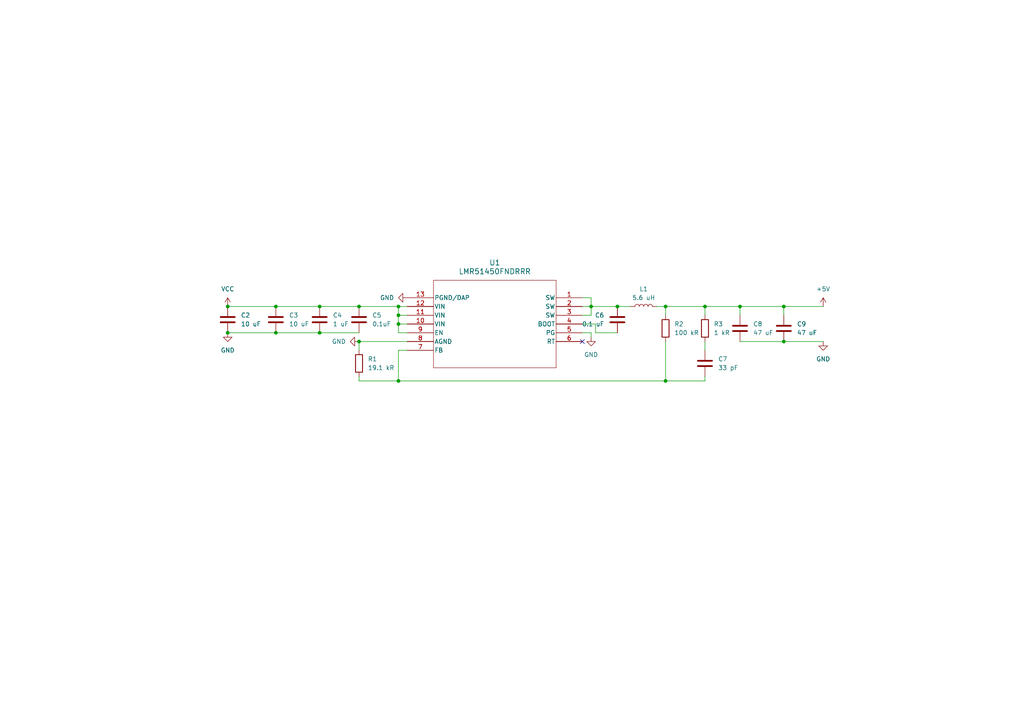
<source format=kicad_sch>
(kicad_sch (version 20230121) (generator eeschema)
  (paper "A4")
  (lib_symbols
    (symbol "Device:C" (pin_numbers hide) (pin_names (offset 0.254))
      (property "Reference" "C" (at 0.635 2.54 0))
      (property "Value" "C" (at 0.635 -2.54 0))
      (symbol "C_0_1"
        (polyline (pts (xy -2.032 -0.762) (xy 2.032 -0.762)) (stroke (width 0.508)))
        (polyline (pts (xy -2.032 0.762) (xy 2.032 0.762)) (stroke (width 0.508)))
      )
      (symbol "C_1_1"
        (pin passive line (at 0 3.81 270) (length 2.794) (name "~") (number "1"))
        (pin passive line (at 0 -3.81 90) (length 2.794) (name "~") (number "2"))
      )
    )
    (symbol "Device:L" (pin_numbers hide) (pin_names (offset 1.016) hide)
      (property "Reference" "L" (at -1.27 0 90))
      (property "Value" "L" (at 1.905 0 90))
      (symbol "L_0_1"
        (arc (start 0 -2.54) (mid 0.6323 -1.905) (end 0 -1.27))
        (arc (start 0 -1.27) (mid 0.6323 -0.635) (end 0 0))
        (arc (start 0 0) (mid 0.6323 0.635) (end 0 1.27))
        (arc (start 0 1.27) (mid 0.6323 1.905) (end 0 2.54))
      )
      (symbol "L_1_1"
        (pin passive line (at 0 3.81 270) (length 1.27) (name "1") (number "1"))
        (pin passive line (at 0 -3.81 90) (length 1.27) (name "2") (number "2"))
      )
    )
    (symbol "Device:R" (pin_numbers hide) (pin_names (offset 0))
      (property "Reference" "R" (at 2.032 0 90))
      (property "Value" "R" (at 0 0 90))
      (symbol "R_0_1"
        (rectangle (start -1.016 -2.54) (end 1.016 2.54) (stroke (width 0.254)))
      )
      (symbol "R_1_1"
        (pin passive line (at 0 3.81 270) (length 1.27) (name "~") (number "1"))
        (pin passive line (at 0 -3.81 90) (length 1.27) (name "~") (number "2"))
      )
    )
    (symbol "power:+5V" (power) (pin_names (offset 0))
      (property "Value" "+5V" (at 0 3.556 0))
      (symbol "+5V_0_1"
        (polyline (pts (xy -0.762 1.27) (xy 0 2.54)))
        (polyline (pts (xy 0 0) (xy 0 2.54)))
        (polyline (pts (xy 0 2.54) (xy 0.762 1.27)))
      )
      (symbol "+5V_1_1"
        (pin power_in line (at 0 0 90) (length 0) hide (name "+5V") (number "1"))
      )
    )
    (symbol "power:GND" (power) (pin_names (offset 0))
      (property "Value" "GND" (at 0 -3.81 0))
      (symbol "GND_0_1"
        (polyline (pts (xy 0 0) (xy 0 -1.27) (xy 1.27 -1.27) (xy 0 -2.54) (xy -1.27 -1.27) (xy 0 -1.27)))
      )
      (symbol "GND_1_1"
        (pin power_in line (at 0 0 270) (length 0) hide (name "GND") (number "1"))
      )
    )
    (symbol "power:VCC" (power) (pin_names (offset 0))
      (property "Value" "VCC" (at 0 3.81 0))
      (symbol "VCC_0_1"
        (polyline (pts (xy -0.762 1.27) (xy 0 2.54)))
        (polyline (pts (xy 0 0) (xy 0 2.54)))
        (polyline (pts (xy 0 2.54) (xy 0.762 1.27)))
      )
      (symbol "VCC_1_1"
        (pin power_in line (at 0 0 90) (length 0) hide (name "VCC") (number "1"))
      )
    )
    (symbol "rephat-symbols:LMR51450FNDRRR" (pin_names (offset 0.254))
      (property "Reference" "U" (at 25.4 10.16 0))
      (property "Value" "LMR51450FNDRRR" (at 25.4 7.62 0))
      (symbol "LMR51450FNDRRR_0_1"
        (polyline (pts (xy 7.62 -20.32) (xy 43.18 -20.32)) (stroke (width 0.127)))
        (polyline (pts (xy 7.62 5.08) (xy 7.62 -20.32)) (stroke (width 0.127)))
        (polyline (pts (xy 43.18 -20.32) (xy 43.18 5.08)) (stroke (width 0.127)))
        (polyline (pts (xy 43.18 5.08) (xy 7.62 5.08)) (stroke (width 0.127)))
        (pin unspecified line (at 0 0 0) (length 7.62) (name "SW") (number "1"))
        (pin unspecified line (at 50.8 -7.62 180) (length 7.62) (name "VIN") (number "10"))
        (pin unspecified line (at 50.8 -5.08 180) (length 7.62) (name "VIN") (number "11"))
        (pin unspecified line (at 50.8 -2.54 180) (length 7.62) (name "VIN") (number "12"))
        (pin power_out line (at 50.8 0 180) (length 7.62) (name "PGND/DAP") (number "13"))
        (pin unspecified line (at 0 -2.54 0) (length 7.62) (name "SW") (number "2"))
        (pin unspecified line (at 0 -5.08 0) (length 7.62) (name "SW") (number "3"))
        (pin unspecified line (at 0 -7.62 0) (length 7.62) (name "BOOT") (number "4"))
        (pin unspecified line (at 0 -10.16 0) (length 7.62) (name "PG") (number "5"))
        (pin unspecified line (at 50.8 -15.24 180) (length 7.62) (name "FB") (number "7"))
        (pin power_out line (at 50.8 -12.7 180) (length 7.62) (name "AGND") (number "8"))
        (pin unspecified line (at 50.8 -10.16 180) (length 7.62) (name "EN") (number "9"))
      )
      (symbol "LMR51450FNDRRR_1_1"
        (pin unspecified line (at 0 -12.7 0) (length 7.62) (name "RT") (number "6"))
      )
    )
  )
  (junction (at 80.01 96.52))
  (junction (at 115.57 88.9))
  (junction (at 193.04 88.9))
  (junction (at 66.04 96.52))
  (junction (at 193.04 110.49))
  (junction (at 115.57 110.49))
  (junction (at 115.57 91.44))
  (junction (at 92.71 96.52))
  (junction (at 66.04 88.9))
  (junction (at 104.14 88.9))
  (junction (at 115.57 93.98))
  (junction (at 227.33 99.06))
  (junction (at 204.47 88.9))
  (junction (at 92.71 88.9))
  (junction (at 214.63 88.9))
  (junction (at 171.45 88.9))
  (junction (at 80.01 88.9))
  (junction (at 179.07 88.9))
  (junction (at 227.33 88.9))
  (junction (at 104.14 99.06))
  (no_connect (at 168.91 99.06))
  (wire (pts (xy 171.45 96.52) (xy 168.91 96.52)))
  (wire (pts (xy 179.07 96.52) (xy 172.72 96.52)))
  (wire (pts (xy 104.14 110.49) (xy 104.14 109.22)))
  (wire (pts (xy 168.91 86.36) (xy 171.45 86.36)))
  (wire (pts (xy 179.07 88.9) (xy 171.45 88.9)))
  (wire (pts (xy 92.71 88.9) (xy 104.14 88.9)))
  (wire (pts (xy 227.33 99.06) (xy 238.76 99.06)))
  (wire (pts (xy 171.45 88.9) (xy 171.45 91.44)))
  (wire (pts (xy 172.72 96.52) (xy 172.72 93.98)))
  (wire (pts (xy 80.01 88.9) (xy 92.71 88.9)))
  (wire (pts (xy 115.57 93.98) (xy 115.57 91.44)))
  (wire (pts (xy 193.04 110.49) (xy 204.47 110.49)))
  (wire (pts (xy 171.45 97.79) (xy 171.45 96.52)))
  (wire (pts (xy 171.45 86.36) (xy 171.45 88.9)))
  (wire (pts (xy 115.57 88.9) (xy 118.11 88.9)))
  (wire (pts (xy 66.04 88.9) (xy 80.01 88.9)))
  (wire (pts (xy 80.01 96.52) (xy 92.71 96.52)))
  (wire (pts (xy 115.57 91.44) (xy 115.57 88.9)))
  (wire (pts (xy 115.57 96.52) (xy 115.57 93.98)))
  (wire (pts (xy 171.45 91.44) (xy 168.91 91.44)))
  (wire (pts (xy 193.04 88.9) (xy 193.04 91.44)))
  (wire (pts (xy 115.57 93.98) (xy 118.11 93.98)))
  (wire (pts (xy 204.47 88.9) (xy 204.47 91.44)))
  (wire (pts (xy 214.63 99.06) (xy 227.33 99.06)))
  (wire (pts (xy 104.14 88.9) (xy 115.57 88.9)))
  (wire (pts (xy 204.47 99.06) (xy 204.47 101.6)))
  (wire (pts (xy 182.88 88.9) (xy 179.07 88.9)))
  (wire (pts (xy 204.47 88.9) (xy 214.63 88.9)))
  (wire (pts (xy 227.33 88.9) (xy 227.33 91.44)))
  (wire (pts (xy 115.57 110.49) (xy 104.14 110.49)))
  (wire (pts (xy 214.63 88.9) (xy 214.63 91.44)))
  (wire (pts (xy 227.33 88.9) (xy 238.76 88.9)))
  (wire (pts (xy 115.57 110.49) (xy 115.57 101.6)))
  (wire (pts (xy 171.45 88.9) (xy 168.91 88.9)))
  (wire (pts (xy 66.04 96.52) (xy 80.01 96.52)))
  (wire (pts (xy 193.04 110.49) (xy 115.57 110.49)))
  (wire (pts (xy 172.72 93.98) (xy 168.91 93.98)))
  (wire (pts (xy 190.5 88.9) (xy 193.04 88.9)))
  (wire (pts (xy 214.63 88.9) (xy 227.33 88.9)))
  (wire (pts (xy 115.57 96.52) (xy 118.11 96.52)))
  (wire (pts (xy 115.57 101.6) (xy 118.11 101.6)))
  (wire (pts (xy 193.04 88.9) (xy 204.47 88.9)))
  (wire (pts (xy 204.47 109.22) (xy 204.47 110.49)))
  (wire (pts (xy 104.14 99.06) (xy 118.11 99.06)))
  (wire (pts (xy 92.71 96.52) (xy 104.14 96.52)))
  (wire (pts (xy 115.57 91.44) (xy 118.11 91.44)))
  (wire (pts (xy 104.14 101.6) (xy 104.14 99.06)))
  (wire (pts (xy 193.04 99.06) (xy 193.04 110.49)))
  (symbol (lib_id "rephat-symbols:LMR51450FNDRRR") (at 168.91 86.36 0) (mirror y) (unit 1)
    (property "Reference" "U1" (at 143.51 76.2 0) (effects (font (size 1.524 1.524))))
    (property "Value" "LMR51450FNDRRR" (at 143.51 78.74 0) (effects (font (size 1.524 1.524))))
    (property "Footprint" "rephat-parts:WSON_SDRRR_TEX" (effects hide))
    (property "Datasheet" "LMR51450FNDRRR" (effects hide))
  )
  (symbol (lib_id "Device:C") (at 104.14 92.71 0) (unit 1)
    (property "Reference" "C5" (at 107.95 91.44 0) (effects (justify left)))
    (property "Value" "0.1uF" (at 107.95 93.98 0) (effects (justify left)))
    (property "Footprint" "Capacitor_SMD:C_0603_1608Metric" (effects hide))
  )
  (symbol (lib_id "power:GND") (at 171.45 97.79 0) (mirror y) (unit 1)
    (property "Reference" "#PWR011" (effects hide))
    (property "Value" "GND" (at 171.45 102.87 0))
  )
  (symbol (lib_id "Device:L") (at 186.69 88.9 270) (mirror x) (unit 1)
    (property "Reference" "L1" (at 186.69 83.82 90))
    (property "Value" "5.6 uH" (at 186.69 86.36 90))
    (property "Footprint" "rephat-parts:L_Wuerth_WE-PD4-Typ-L" (effects hide))
  )
  (symbol (lib_id "Device:R") (at 204.47 95.25 0) (unit 1)
    (property "Reference" "R3" (at 207.01 93.98 0) (effects (justify left)))
    (property "Value" "1 kR" (at 207.01 96.52 0) (effects (justify left)))
    (property "Footprint" "Resistor_SMD:R_0603_1608Metric" (effects hide))
  )
  (symbol (lib_id "Device:R") (at 104.14 105.41 0) (unit 1)
    (property "Reference" "R1" (at 106.68 104.14 0) (effects (justify left)))
    (property "Value" "19.1 kR" (at 106.68 106.68 0) (effects (justify left)))
    (property "Footprint" "Resistor_SMD:R_0603_1608Metric" (effects hide))
  )
  (symbol (lib_id "power:GND") (at 118.11 86.36 270) (unit 1)
    (property "Reference" "#PWR010" (effects hide))
    (property "Value" "GND" (at 114.3 86.36 90) (effects (justify right)))
  )
  (symbol (lib_id "Device:C") (at 66.04 92.71 0) (unit 1)
    (property "Reference" "C2" (at 69.85 91.44 0) (effects (justify left)))
    (property "Value" "10 uF" (at 69.85 93.98 0) (effects (justify left)))
    (property "Footprint" "Capacitor_SMD:C_0603_1608Metric" (effects hide))
  )
  (symbol (lib_id "power:GND") (at 66.04 96.52 0) (unit 1)
    (property "Reference" "#PWR06" (effects hide))
    (property "Value" "GND" (at 66.04 101.6 0))
  )
  (symbol (lib_id "Device:C") (at 227.33 95.25 0) (unit 1)
    (property "Reference" "C9" (at 231.14 93.98 0) (effects (justify left)))
    (property "Value" "47 uF" (at 231.14 96.52 0) (effects (justify left)))
    (property "Footprint" "Capacitor_SMD:C_1206_3216Metric" (effects hide))
  )
  (symbol (lib_id "Device:C") (at 80.01 92.71 0) (unit 1)
    (property "Reference" "C3" (at 83.82 91.44 0) (effects (justify left)))
    (property "Value" "10 uF" (at 83.82 93.98 0) (effects (justify left)))
    (property "Footprint" "Capacitor_SMD:C_0603_1608Metric" (effects hide))
  )
  (symbol (lib_id "power:VCC") (at 66.04 88.9 0) (unit 1)
    (property "Reference" "#PWR05" (effects hide))
    (property "Value" "VCC" (at 66.04 83.82 0))
  )
  (symbol (lib_id "Device:R") (at 193.04 95.25 0) (unit 1)
    (property "Reference" "R2" (at 195.58 93.98 0) (effects (justify left)))
    (property "Value" "100 kR" (at 195.58 96.52 0) (effects (justify left)))
    (property "Footprint" "Resistor_SMD:R_0603_1608Metric" (effects hide))
  )
  (symbol (lib_id "power:GND") (at 104.14 99.06 270) (unit 1)
    (property "Reference" "#PWR09" (effects hide))
    (property "Value" "GND" (at 100.33 99.06 90) (effects (justify right)))
  )
  (symbol (lib_id "power:GND") (at 238.76 99.06 0) (unit 1)
    (property "Reference" "#PWR013" (effects hide))
    (property "Value" "GND" (at 238.76 104.14 0))
  )
  (symbol (lib_id "power:+5V") (at 238.76 88.9 0) (unit 1)
    (property "Reference" "#PWR012" (effects hide))
    (property "Value" "+5V" (at 238.76 83.82 0))
  )
  (symbol (lib_id "Device:C") (at 92.71 92.71 0) (unit 1)
    (property "Reference" "C4" (at 96.52 91.44 0) (effects (justify left)))
    (property "Value" "1 uF" (at 96.52 93.98 0) (effects (justify left)))
    (property "Footprint" "Capacitor_SMD:C_0603_1608Metric" (effects hide))
  )
  (symbol (lib_id "Device:C") (at 204.47 105.41 0) (unit 1)
    (property "Reference" "C7" (at 208.28 104.14 0) (effects (justify left)))
    (property "Value" "33 pF" (at 208.28 106.68 0) (effects (justify left)))
    (property "Footprint" "Capacitor_SMD:C_0603_1608Metric" (effects hide))
  )
  (symbol (lib_id "Device:C") (at 179.07 92.71 0) (mirror y) (unit 1)
    (property "Reference" "C6" (at 175.26 91.44 0) (effects (justify left)))
    (property "Value" "0.1 uF" (at 175.26 93.98 0) (effects (justify left)))
    (property "Footprint" "Capacitor_SMD:C_0603_1608Metric" (effects hide))
  )
  (symbol (lib_id "Device:C") (at 214.63 95.25 0) (unit 1)
    (property "Reference" "C8" (at 218.44 93.98 0) (effects (justify left)))
    (property "Value" "47 uF" (at 218.44 96.52 0) (effects (justify left)))
    (property "Footprint" "Capacitor_SMD:C_1206_3216Metric" (effects hide))
  )
)
</source>
